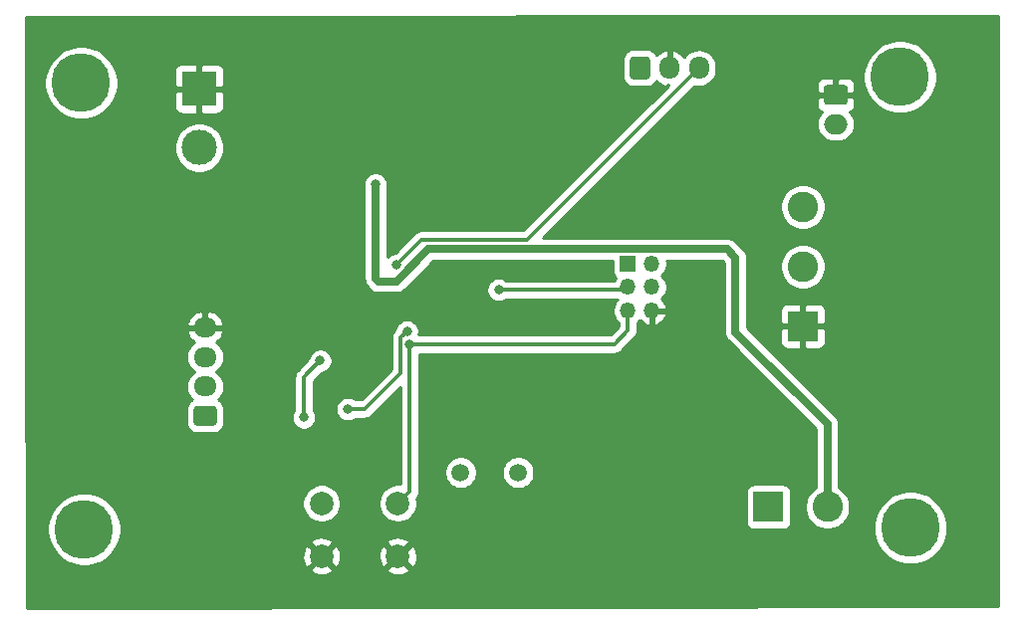
<source format=gbr>
%TF.GenerationSoftware,KiCad,Pcbnew,(5.1.8)-1*%
%TF.CreationDate,2021-08-28T19:56:38+01:00*%
%TF.ProjectId,OSC21,4f534332-312e-46b6-9963-61645f706362,rev?*%
%TF.SameCoordinates,Original*%
%TF.FileFunction,Copper,L2,Bot*%
%TF.FilePolarity,Positive*%
%FSLAX46Y46*%
G04 Gerber Fmt 4.6, Leading zero omitted, Abs format (unit mm)*
G04 Created by KiCad (PCBNEW (5.1.8)-1) date 2021-08-28 19:56:38*
%MOMM*%
%LPD*%
G01*
G04 APERTURE LIST*
%TA.AperFunction,ComponentPad*%
%ADD10C,5.000000*%
%TD*%
%TA.AperFunction,ComponentPad*%
%ADD11C,1.500000*%
%TD*%
%TA.AperFunction,ComponentPad*%
%ADD12C,2.000000*%
%TD*%
%TA.AperFunction,ComponentPad*%
%ADD13O,2.000000X1.700000*%
%TD*%
%TA.AperFunction,ComponentPad*%
%ADD14C,2.600000*%
%TD*%
%TA.AperFunction,ComponentPad*%
%ADD15R,2.600000X2.600000*%
%TD*%
%TA.AperFunction,ComponentPad*%
%ADD16O,1.700000X1.950000*%
%TD*%
%TA.AperFunction,ComponentPad*%
%ADD17O,1.950000X1.700000*%
%TD*%
%TA.AperFunction,ComponentPad*%
%ADD18O,1.350000X1.350000*%
%TD*%
%TA.AperFunction,ComponentPad*%
%ADD19R,1.350000X1.350000*%
%TD*%
%TA.AperFunction,ComponentPad*%
%ADD20C,3.000000*%
%TD*%
%TA.AperFunction,ComponentPad*%
%ADD21R,3.000000X3.000000*%
%TD*%
%TA.AperFunction,ViaPad*%
%ADD22C,0.800000*%
%TD*%
%TA.AperFunction,Conductor*%
%ADD23C,0.350000*%
%TD*%
%TA.AperFunction,Conductor*%
%ADD24C,0.700000*%
%TD*%
%TA.AperFunction,Conductor*%
%ADD25C,0.254000*%
%TD*%
%TA.AperFunction,Conductor*%
%ADD26C,0.100000*%
%TD*%
G04 APERTURE END LIST*
D10*
%TO.P,H4,1*%
%TO.N,N/C*%
X176149000Y-119951500D03*
%TD*%
%TO.P,H3,1*%
%TO.N,N/C*%
X175260000Y-81597500D03*
%TD*%
%TO.P,H2,1*%
%TO.N,N/C*%
X105918000Y-120078500D03*
%TD*%
%TO.P,H1,1*%
%TO.N,N/C*%
X105664000Y-82105500D03*
%TD*%
D11*
%TO.P,Y1,2*%
%TO.N,XTAL2*%
X142802000Y-115252500D03*
%TO.P,Y1,1*%
%TO.N,XTAL1*%
X137922000Y-115252500D03*
%TD*%
D12*
%TO.P,SW1,1*%
%TO.N,GND*%
X126088000Y-122364500D03*
%TO.P,SW1,2*%
%TO.N,RST*%
X126088000Y-117864500D03*
%TO.P,SW1,1*%
%TO.N,GND*%
X132588000Y-122364500D03*
%TO.P,SW1,2*%
%TO.N,RST*%
X132588000Y-117864500D03*
%TD*%
D13*
%TO.P,J7,2*%
%TO.N,+5V*%
X169799000Y-85621500D03*
%TO.P,J7,1*%
%TO.N,GND*%
%TA.AperFunction,ComponentPad*%
G36*
G01*
X169049000Y-82271500D02*
X170549000Y-82271500D01*
G75*
G02*
X170799000Y-82521500I0J-250000D01*
G01*
X170799000Y-83721500D01*
G75*
G02*
X170549000Y-83971500I-250000J0D01*
G01*
X169049000Y-83971500D01*
G75*
G02*
X168799000Y-83721500I0J250000D01*
G01*
X168799000Y-82521500D01*
G75*
G02*
X169049000Y-82271500I250000J0D01*
G01*
G37*
%TD.AperFunction*%
%TD*%
D14*
%TO.P,J6,3*%
%TO.N,+5V*%
X167005000Y-92646500D03*
%TO.P,J6,2*%
%TO.N,Servo*%
X167005000Y-97726500D03*
D15*
%TO.P,J6,1*%
%TO.N,GND*%
X167005000Y-102806500D03*
%TD*%
D14*
%TO.P,J5,2*%
%TO.N,+12V*%
X169084000Y-118173500D03*
D15*
%TO.P,J5,1*%
%TO.N,Net-(D4-Pad2)*%
X164084000Y-118173500D03*
%TD*%
D16*
%TO.P,J4,3*%
%TO.N,IR_Sen*%
X158162000Y-80835500D03*
%TO.P,J4,2*%
%TO.N,GND*%
X155662000Y-80835500D03*
%TO.P,J4,1*%
%TO.N,+5V*%
%TA.AperFunction,ComponentPad*%
G36*
G01*
X152312000Y-81560500D02*
X152312000Y-80110500D01*
G75*
G02*
X152562000Y-79860500I250000J0D01*
G01*
X153762000Y-79860500D01*
G75*
G02*
X154012000Y-80110500I0J-250000D01*
G01*
X154012000Y-81560500D01*
G75*
G02*
X153762000Y-81810500I-250000J0D01*
G01*
X152562000Y-81810500D01*
G75*
G02*
X152312000Y-81560500I0J250000D01*
G01*
G37*
%TD.AperFunction*%
%TD*%
D17*
%TO.P,J3,4*%
%TO.N,GND*%
X116205000Y-102926500D03*
%TO.P,J3,3*%
%TO.N,RX_Rasp*%
X116205000Y-105426500D03*
%TO.P,J3,2*%
%TO.N,TX_Rasp*%
X116205000Y-107926500D03*
%TO.P,J3,1*%
%TO.N,+5V*%
%TA.AperFunction,ComponentPad*%
G36*
G01*
X116930000Y-111276500D02*
X115480000Y-111276500D01*
G75*
G02*
X115230000Y-111026500I0J250000D01*
G01*
X115230000Y-109826500D01*
G75*
G02*
X115480000Y-109576500I250000J0D01*
G01*
X116930000Y-109576500D01*
G75*
G02*
X117180000Y-109826500I0J-250000D01*
G01*
X117180000Y-111026500D01*
G75*
G02*
X116930000Y-111276500I-250000J0D01*
G01*
G37*
%TD.AperFunction*%
%TD*%
D18*
%TO.P,J2,6*%
%TO.N,GND*%
X154146000Y-101472500D03*
%TO.P,J2,5*%
%TO.N,RST*%
X152146000Y-101472500D03*
%TO.P,J2,4*%
%TO.N,MOSI*%
X154146000Y-99472500D03*
%TO.P,J2,3*%
%TO.N,SCK*%
X152146000Y-99472500D03*
%TO.P,J2,2*%
%TO.N,+5V*%
X154146000Y-97472500D03*
D19*
%TO.P,J2,1*%
%TO.N,MISO*%
X152146000Y-97472500D03*
%TD*%
D20*
%TO.P,J1,2*%
%TO.N,Net-(J1-Pad2)*%
X115697000Y-87613500D03*
D21*
%TO.P,J1,1*%
%TO.N,GND*%
X115697000Y-82613500D03*
%TD*%
D22*
%TO.N,GND*%
X134302500Y-101981000D03*
X125984000Y-92583000D03*
X148209000Y-88519000D03*
X146685000Y-88519000D03*
%TO.N,+5V*%
X133351500Y-103249500D03*
X128333500Y-109855000D03*
%TO.N,+12V*%
X130683000Y-90741500D03*
%TO.N,+3V3*%
X124587000Y-110553500D03*
X125984000Y-105727500D03*
%TO.N,RST*%
X133585000Y-104349500D03*
%TO.N,SCK*%
X141156000Y-99699500D03*
%TO.N,IR_Sen*%
X132461000Y-97599500D03*
%TD*%
D23*
%TO.N,+5V*%
X132809999Y-103791001D02*
X132809999Y-106839001D01*
X133351500Y-103249500D02*
X132809999Y-103791001D01*
X132809999Y-106839001D02*
X129794000Y-109855000D01*
X129794000Y-109855000D02*
X128333500Y-109855000D01*
X128333500Y-109855000D02*
X128333500Y-109855000D01*
D24*
%TO.N,+12V*%
X169084000Y-118173500D02*
X169084000Y-111108500D01*
X169084000Y-111108500D02*
X161290000Y-103314500D01*
X161290000Y-103314500D02*
X161290000Y-96964500D01*
X160572999Y-96247499D02*
X135210001Y-96247499D01*
X161290000Y-96964500D02*
X160572999Y-96247499D01*
X135210001Y-96247499D02*
X132461000Y-98996500D01*
X132461000Y-98996500D02*
X130937000Y-98996500D01*
X130683000Y-98742500D02*
X130683000Y-90741500D01*
X130937000Y-98996500D02*
X130683000Y-98742500D01*
D23*
%TO.N,+3V3*%
X124587000Y-110553500D02*
X124587000Y-107124500D01*
X124587000Y-107124500D02*
X125984000Y-105727500D01*
X125984000Y-105727500D02*
X125984000Y-105727500D01*
%TO.N,RST*%
X133585000Y-116867500D02*
X132588000Y-117864500D01*
X133585000Y-104349500D02*
X133585000Y-116867500D01*
X133585000Y-104349500D02*
X150984000Y-104349500D01*
X152146000Y-103187500D02*
X152146000Y-101472500D01*
X150984000Y-104349500D02*
X152146000Y-103187500D01*
%TO.N,SCK*%
X151919000Y-99699500D02*
X152146000Y-99472500D01*
X141156000Y-99699500D02*
X151919000Y-99699500D01*
%TO.N,IR_Sen*%
X158162000Y-80835500D02*
X143557000Y-95440500D01*
X143557000Y-95440500D02*
X134620000Y-95440500D01*
X134620000Y-95440500D02*
X132461000Y-97599500D01*
X132461000Y-97599500D02*
X132461000Y-97599500D01*
%TD*%
D25*
%TO.N,GND*%
X183641840Y-126619195D02*
X101028340Y-126745805D01*
X101024263Y-123499913D01*
X125132192Y-123499913D01*
X125227956Y-123764314D01*
X125517571Y-123905204D01*
X125829108Y-123986884D01*
X126150595Y-124006218D01*
X126469675Y-123962461D01*
X126774088Y-123857295D01*
X126948044Y-123764314D01*
X127043808Y-123499913D01*
X131632192Y-123499913D01*
X131727956Y-123764314D01*
X132017571Y-123905204D01*
X132329108Y-123986884D01*
X132650595Y-124006218D01*
X132969675Y-123962461D01*
X133274088Y-123857295D01*
X133448044Y-123764314D01*
X133543808Y-123499913D01*
X132588000Y-122544105D01*
X131632192Y-123499913D01*
X127043808Y-123499913D01*
X126088000Y-122544105D01*
X125132192Y-123499913D01*
X101024263Y-123499913D01*
X101019577Y-119769729D01*
X102783000Y-119769729D01*
X102783000Y-120387271D01*
X102903476Y-120992946D01*
X103139799Y-121563479D01*
X103482886Y-122076946D01*
X103919554Y-122513614D01*
X104433021Y-122856701D01*
X105003554Y-123093024D01*
X105609229Y-123213500D01*
X106226771Y-123213500D01*
X106832446Y-123093024D01*
X107402979Y-122856701D01*
X107916446Y-122513614D01*
X108002965Y-122427095D01*
X124446282Y-122427095D01*
X124490039Y-122746175D01*
X124595205Y-123050588D01*
X124688186Y-123224544D01*
X124952587Y-123320308D01*
X125908395Y-122364500D01*
X126267605Y-122364500D01*
X127223413Y-123320308D01*
X127487814Y-123224544D01*
X127628704Y-122934929D01*
X127710384Y-122623392D01*
X127722189Y-122427095D01*
X130946282Y-122427095D01*
X130990039Y-122746175D01*
X131095205Y-123050588D01*
X131188186Y-123224544D01*
X131452587Y-123320308D01*
X132408395Y-122364500D01*
X132767605Y-122364500D01*
X133723413Y-123320308D01*
X133987814Y-123224544D01*
X134128704Y-122934929D01*
X134210384Y-122623392D01*
X134229718Y-122301905D01*
X134185961Y-121982825D01*
X134080795Y-121678412D01*
X133987814Y-121504456D01*
X133723413Y-121408692D01*
X132767605Y-122364500D01*
X132408395Y-122364500D01*
X131452587Y-121408692D01*
X131188186Y-121504456D01*
X131047296Y-121794071D01*
X130965616Y-122105608D01*
X130946282Y-122427095D01*
X127722189Y-122427095D01*
X127729718Y-122301905D01*
X127685961Y-121982825D01*
X127580795Y-121678412D01*
X127487814Y-121504456D01*
X127223413Y-121408692D01*
X126267605Y-122364500D01*
X125908395Y-122364500D01*
X124952587Y-121408692D01*
X124688186Y-121504456D01*
X124547296Y-121794071D01*
X124465616Y-122105608D01*
X124446282Y-122427095D01*
X108002965Y-122427095D01*
X108353114Y-122076946D01*
X108696201Y-121563479D01*
X108834710Y-121229087D01*
X125132192Y-121229087D01*
X126088000Y-122184895D01*
X127043808Y-121229087D01*
X131632192Y-121229087D01*
X132588000Y-122184895D01*
X133543808Y-121229087D01*
X133448044Y-120964686D01*
X133158429Y-120823796D01*
X132846892Y-120742116D01*
X132525405Y-120722782D01*
X132206325Y-120766539D01*
X131901912Y-120871705D01*
X131727956Y-120964686D01*
X131632192Y-121229087D01*
X127043808Y-121229087D01*
X126948044Y-120964686D01*
X126658429Y-120823796D01*
X126346892Y-120742116D01*
X126025405Y-120722782D01*
X125706325Y-120766539D01*
X125401912Y-120871705D01*
X125227956Y-120964686D01*
X125132192Y-121229087D01*
X108834710Y-121229087D01*
X108932524Y-120992946D01*
X109053000Y-120387271D01*
X109053000Y-119769729D01*
X108932524Y-119164054D01*
X108696201Y-118593521D01*
X108353114Y-118080054D01*
X107976527Y-117703467D01*
X124453000Y-117703467D01*
X124453000Y-118025533D01*
X124515832Y-118341412D01*
X124639082Y-118638963D01*
X124818013Y-118906752D01*
X125045748Y-119134487D01*
X125313537Y-119313418D01*
X125611088Y-119436668D01*
X125926967Y-119499500D01*
X126249033Y-119499500D01*
X126564912Y-119436668D01*
X126862463Y-119313418D01*
X127130252Y-119134487D01*
X127357987Y-118906752D01*
X127536918Y-118638963D01*
X127660168Y-118341412D01*
X127723000Y-118025533D01*
X127723000Y-117703467D01*
X127660168Y-117387588D01*
X127536918Y-117090037D01*
X127357987Y-116822248D01*
X127130252Y-116594513D01*
X126862463Y-116415582D01*
X126564912Y-116292332D01*
X126249033Y-116229500D01*
X125926967Y-116229500D01*
X125611088Y-116292332D01*
X125313537Y-116415582D01*
X125045748Y-116594513D01*
X124818013Y-116822248D01*
X124639082Y-117090037D01*
X124515832Y-117387588D01*
X124453000Y-117703467D01*
X107976527Y-117703467D01*
X107916446Y-117643386D01*
X107402979Y-117300299D01*
X106832446Y-117063976D01*
X106226771Y-116943500D01*
X105609229Y-116943500D01*
X105003554Y-117063976D01*
X104433021Y-117300299D01*
X103919554Y-117643386D01*
X103482886Y-118080054D01*
X103139799Y-118593521D01*
X102903476Y-119164054D01*
X102783000Y-119769729D01*
X101019577Y-119769729D01*
X101001559Y-105426500D01*
X114587815Y-105426500D01*
X114616487Y-105717611D01*
X114701401Y-105997534D01*
X114839294Y-106255514D01*
X115024866Y-106481634D01*
X115250986Y-106667206D01*
X115268374Y-106676500D01*
X115250986Y-106685794D01*
X115024866Y-106871366D01*
X114839294Y-107097486D01*
X114701401Y-107355466D01*
X114616487Y-107635389D01*
X114587815Y-107926500D01*
X114616487Y-108217611D01*
X114701401Y-108497534D01*
X114839294Y-108755514D01*
X115024866Y-108981634D01*
X115088337Y-109033723D01*
X114986614Y-109088095D01*
X114852038Y-109198538D01*
X114741595Y-109333114D01*
X114659528Y-109486650D01*
X114608992Y-109653246D01*
X114591928Y-109826500D01*
X114591928Y-111026500D01*
X114608992Y-111199754D01*
X114659528Y-111366350D01*
X114741595Y-111519886D01*
X114852038Y-111654462D01*
X114986614Y-111764905D01*
X115140150Y-111846972D01*
X115306746Y-111897508D01*
X115480000Y-111914572D01*
X116930000Y-111914572D01*
X117103254Y-111897508D01*
X117269850Y-111846972D01*
X117423386Y-111764905D01*
X117557962Y-111654462D01*
X117668405Y-111519886D01*
X117750472Y-111366350D01*
X117801008Y-111199754D01*
X117818072Y-111026500D01*
X117818072Y-110451561D01*
X123552000Y-110451561D01*
X123552000Y-110655439D01*
X123591774Y-110855398D01*
X123669795Y-111043756D01*
X123783063Y-111213274D01*
X123927226Y-111357437D01*
X124096744Y-111470705D01*
X124285102Y-111548726D01*
X124485061Y-111588500D01*
X124688939Y-111588500D01*
X124888898Y-111548726D01*
X125077256Y-111470705D01*
X125246774Y-111357437D01*
X125390937Y-111213274D01*
X125504205Y-111043756D01*
X125582226Y-110855398D01*
X125622000Y-110655439D01*
X125622000Y-110451561D01*
X125582226Y-110251602D01*
X125504205Y-110063244D01*
X125397000Y-109902800D01*
X125397000Y-109753061D01*
X127298500Y-109753061D01*
X127298500Y-109956939D01*
X127338274Y-110156898D01*
X127416295Y-110345256D01*
X127529563Y-110514774D01*
X127673726Y-110658937D01*
X127843244Y-110772205D01*
X128031602Y-110850226D01*
X128231561Y-110890000D01*
X128435439Y-110890000D01*
X128635398Y-110850226D01*
X128823756Y-110772205D01*
X128984200Y-110665000D01*
X129754212Y-110665000D01*
X129794000Y-110668919D01*
X129833788Y-110665000D01*
X129833791Y-110665000D01*
X129952788Y-110653280D01*
X130105473Y-110606963D01*
X130246189Y-110531749D01*
X130369528Y-110430528D01*
X130394900Y-110399612D01*
X132775000Y-108019512D01*
X132775001Y-116234665D01*
X132749033Y-116229500D01*
X132426967Y-116229500D01*
X132111088Y-116292332D01*
X131813537Y-116415582D01*
X131545748Y-116594513D01*
X131318013Y-116822248D01*
X131139082Y-117090037D01*
X131015832Y-117387588D01*
X130953000Y-117703467D01*
X130953000Y-118025533D01*
X131015832Y-118341412D01*
X131139082Y-118638963D01*
X131318013Y-118906752D01*
X131545748Y-119134487D01*
X131813537Y-119313418D01*
X132111088Y-119436668D01*
X132426967Y-119499500D01*
X132749033Y-119499500D01*
X133064912Y-119436668D01*
X133362463Y-119313418D01*
X133630252Y-119134487D01*
X133857987Y-118906752D01*
X134036918Y-118638963D01*
X134160168Y-118341412D01*
X134223000Y-118025533D01*
X134223000Y-117703467D01*
X134169114Y-117432565D01*
X134209214Y-117383704D01*
X134261749Y-117319690D01*
X134336962Y-117178974D01*
X134336963Y-117178973D01*
X134383280Y-117026288D01*
X134395000Y-116907291D01*
X134395000Y-116907288D01*
X134398328Y-116873500D01*
X162145928Y-116873500D01*
X162145928Y-119473500D01*
X162158188Y-119597982D01*
X162194498Y-119717680D01*
X162253463Y-119827994D01*
X162332815Y-119924685D01*
X162429506Y-120004037D01*
X162539820Y-120063002D01*
X162659518Y-120099312D01*
X162784000Y-120111572D01*
X165384000Y-120111572D01*
X165508482Y-120099312D01*
X165628180Y-120063002D01*
X165738494Y-120004037D01*
X165835185Y-119924685D01*
X165914537Y-119827994D01*
X165973502Y-119717680D01*
X166009812Y-119597982D01*
X166022072Y-119473500D01*
X166022072Y-116873500D01*
X166009812Y-116749018D01*
X165973502Y-116629320D01*
X165914537Y-116519006D01*
X165835185Y-116422315D01*
X165738494Y-116342963D01*
X165628180Y-116283998D01*
X165508482Y-116247688D01*
X165384000Y-116235428D01*
X162784000Y-116235428D01*
X162659518Y-116247688D01*
X162539820Y-116283998D01*
X162429506Y-116342963D01*
X162332815Y-116422315D01*
X162253463Y-116519006D01*
X162194498Y-116629320D01*
X162158188Y-116749018D01*
X162145928Y-116873500D01*
X134398328Y-116873500D01*
X134398919Y-116867500D01*
X134395000Y-116827712D01*
X134395000Y-115116089D01*
X136537000Y-115116089D01*
X136537000Y-115388911D01*
X136590225Y-115656489D01*
X136694629Y-115908543D01*
X136846201Y-116135386D01*
X137039114Y-116328299D01*
X137265957Y-116479871D01*
X137518011Y-116584275D01*
X137785589Y-116637500D01*
X138058411Y-116637500D01*
X138325989Y-116584275D01*
X138578043Y-116479871D01*
X138804886Y-116328299D01*
X138997799Y-116135386D01*
X139149371Y-115908543D01*
X139253775Y-115656489D01*
X139307000Y-115388911D01*
X139307000Y-115116089D01*
X141417000Y-115116089D01*
X141417000Y-115388911D01*
X141470225Y-115656489D01*
X141574629Y-115908543D01*
X141726201Y-116135386D01*
X141919114Y-116328299D01*
X142145957Y-116479871D01*
X142398011Y-116584275D01*
X142665589Y-116637500D01*
X142938411Y-116637500D01*
X143205989Y-116584275D01*
X143458043Y-116479871D01*
X143684886Y-116328299D01*
X143877799Y-116135386D01*
X144029371Y-115908543D01*
X144133775Y-115656489D01*
X144187000Y-115388911D01*
X144187000Y-115116089D01*
X144133775Y-114848511D01*
X144029371Y-114596457D01*
X143877799Y-114369614D01*
X143684886Y-114176701D01*
X143458043Y-114025129D01*
X143205989Y-113920725D01*
X142938411Y-113867500D01*
X142665589Y-113867500D01*
X142398011Y-113920725D01*
X142145957Y-114025129D01*
X141919114Y-114176701D01*
X141726201Y-114369614D01*
X141574629Y-114596457D01*
X141470225Y-114848511D01*
X141417000Y-115116089D01*
X139307000Y-115116089D01*
X139253775Y-114848511D01*
X139149371Y-114596457D01*
X138997799Y-114369614D01*
X138804886Y-114176701D01*
X138578043Y-114025129D01*
X138325989Y-113920725D01*
X138058411Y-113867500D01*
X137785589Y-113867500D01*
X137518011Y-113920725D01*
X137265957Y-114025129D01*
X137039114Y-114176701D01*
X136846201Y-114369614D01*
X136694629Y-114596457D01*
X136590225Y-114848511D01*
X136537000Y-115116089D01*
X134395000Y-115116089D01*
X134395000Y-105159500D01*
X150944212Y-105159500D01*
X150984000Y-105163419D01*
X151023788Y-105159500D01*
X151023791Y-105159500D01*
X151142788Y-105147780D01*
X151295473Y-105101463D01*
X151436189Y-105026249D01*
X151559528Y-104925028D01*
X151584899Y-104894113D01*
X152690619Y-103788394D01*
X152721528Y-103763028D01*
X152795616Y-103672751D01*
X152822749Y-103639690D01*
X152876301Y-103539500D01*
X152897963Y-103498973D01*
X152944280Y-103346288D01*
X152956000Y-103227291D01*
X152956000Y-103227289D01*
X152959919Y-103187501D01*
X152956000Y-103147713D01*
X152956000Y-102506800D01*
X152981077Y-102490044D01*
X153150715Y-102320406D01*
X153167697Y-102343727D01*
X153356463Y-102517844D01*
X153575570Y-102651789D01*
X153816599Y-102740415D01*
X154019000Y-102617585D01*
X154019000Y-101599500D01*
X154273000Y-101599500D01*
X154273000Y-102617585D01*
X154475401Y-102740415D01*
X154716430Y-102651789D01*
X154935537Y-102517844D01*
X155124303Y-102343727D01*
X155275473Y-102136129D01*
X155383238Y-101903028D01*
X155413910Y-101801900D01*
X155290224Y-101599500D01*
X154273000Y-101599500D01*
X154019000Y-101599500D01*
X153999000Y-101599500D01*
X153999000Y-101345500D01*
X154019000Y-101345500D01*
X154019000Y-101325500D01*
X154273000Y-101325500D01*
X154273000Y-101345500D01*
X155290224Y-101345500D01*
X155413910Y-101143100D01*
X155383238Y-101041972D01*
X155275473Y-100808871D01*
X155124303Y-100601273D01*
X154991940Y-100479181D01*
X155163544Y-100307577D01*
X155306907Y-100093018D01*
X155405658Y-99854613D01*
X155456000Y-99601524D01*
X155456000Y-99343476D01*
X155405658Y-99090387D01*
X155306907Y-98851982D01*
X155163544Y-98637423D01*
X154998621Y-98472500D01*
X155163544Y-98307577D01*
X155306907Y-98093018D01*
X155405658Y-97854613D01*
X155456000Y-97601524D01*
X155456000Y-97343476D01*
X155433926Y-97232499D01*
X160164999Y-97232499D01*
X160305001Y-97372502D01*
X160305000Y-103266120D01*
X160300235Y-103314500D01*
X160305000Y-103362879D01*
X160319253Y-103507593D01*
X160375576Y-103693266D01*
X160467040Y-103864384D01*
X160590130Y-104014370D01*
X160627716Y-104045216D01*
X168099001Y-111516502D01*
X168099000Y-116504451D01*
X167850509Y-116670487D01*
X167580987Y-116940009D01*
X167369225Y-117256934D01*
X167223361Y-117609081D01*
X167149000Y-117982919D01*
X167149000Y-118364081D01*
X167223361Y-118737919D01*
X167369225Y-119090066D01*
X167580987Y-119406991D01*
X167850509Y-119676513D01*
X168167434Y-119888275D01*
X168519581Y-120034139D01*
X168893419Y-120108500D01*
X169274581Y-120108500D01*
X169648419Y-120034139D01*
X170000566Y-119888275D01*
X170317491Y-119676513D01*
X170351275Y-119642729D01*
X173014000Y-119642729D01*
X173014000Y-120260271D01*
X173134476Y-120865946D01*
X173370799Y-121436479D01*
X173713886Y-121949946D01*
X174150554Y-122386614D01*
X174664021Y-122729701D01*
X175234554Y-122966024D01*
X175840229Y-123086500D01*
X176457771Y-123086500D01*
X177063446Y-122966024D01*
X177633979Y-122729701D01*
X178147446Y-122386614D01*
X178584114Y-121949946D01*
X178927201Y-121436479D01*
X179163524Y-120865946D01*
X179284000Y-120260271D01*
X179284000Y-119642729D01*
X179163524Y-119037054D01*
X178927201Y-118466521D01*
X178584114Y-117953054D01*
X178147446Y-117516386D01*
X177633979Y-117173299D01*
X177063446Y-116936976D01*
X176457771Y-116816500D01*
X175840229Y-116816500D01*
X175234554Y-116936976D01*
X174664021Y-117173299D01*
X174150554Y-117516386D01*
X173713886Y-117953054D01*
X173370799Y-118466521D01*
X173134476Y-119037054D01*
X173014000Y-119642729D01*
X170351275Y-119642729D01*
X170587013Y-119406991D01*
X170798775Y-119090066D01*
X170944639Y-118737919D01*
X171019000Y-118364081D01*
X171019000Y-117982919D01*
X170944639Y-117609081D01*
X170798775Y-117256934D01*
X170587013Y-116940009D01*
X170317491Y-116670487D01*
X170069000Y-116504451D01*
X170069000Y-111156880D01*
X170073765Y-111108500D01*
X170054747Y-110915406D01*
X169998424Y-110729733D01*
X169906960Y-110558616D01*
X169814710Y-110446209D01*
X169783870Y-110408630D01*
X169746290Y-110377789D01*
X163475001Y-104106500D01*
X165066928Y-104106500D01*
X165079188Y-104230982D01*
X165115498Y-104350680D01*
X165174463Y-104460994D01*
X165253815Y-104557685D01*
X165350506Y-104637037D01*
X165460820Y-104696002D01*
X165580518Y-104732312D01*
X165705000Y-104744572D01*
X166719250Y-104741500D01*
X166878000Y-104582750D01*
X166878000Y-102933500D01*
X167132000Y-102933500D01*
X167132000Y-104582750D01*
X167290750Y-104741500D01*
X168305000Y-104744572D01*
X168429482Y-104732312D01*
X168549180Y-104696002D01*
X168659494Y-104637037D01*
X168756185Y-104557685D01*
X168835537Y-104460994D01*
X168894502Y-104350680D01*
X168930812Y-104230982D01*
X168943072Y-104106500D01*
X168940000Y-103092250D01*
X168781250Y-102933500D01*
X167132000Y-102933500D01*
X166878000Y-102933500D01*
X165228750Y-102933500D01*
X165070000Y-103092250D01*
X165066928Y-104106500D01*
X163475001Y-104106500D01*
X162275000Y-102906500D01*
X162275000Y-101506500D01*
X165066928Y-101506500D01*
X165070000Y-102520750D01*
X165228750Y-102679500D01*
X166878000Y-102679500D01*
X166878000Y-101030250D01*
X167132000Y-101030250D01*
X167132000Y-102679500D01*
X168781250Y-102679500D01*
X168940000Y-102520750D01*
X168943072Y-101506500D01*
X168930812Y-101382018D01*
X168894502Y-101262320D01*
X168835537Y-101152006D01*
X168756185Y-101055315D01*
X168659494Y-100975963D01*
X168549180Y-100916998D01*
X168429482Y-100880688D01*
X168305000Y-100868428D01*
X167290750Y-100871500D01*
X167132000Y-101030250D01*
X166878000Y-101030250D01*
X166719250Y-100871500D01*
X165705000Y-100868428D01*
X165580518Y-100880688D01*
X165460820Y-100916998D01*
X165350506Y-100975963D01*
X165253815Y-101055315D01*
X165174463Y-101152006D01*
X165115498Y-101262320D01*
X165079188Y-101382018D01*
X165066928Y-101506500D01*
X162275000Y-101506500D01*
X162275000Y-97535919D01*
X165070000Y-97535919D01*
X165070000Y-97917081D01*
X165144361Y-98290919D01*
X165290225Y-98643066D01*
X165501987Y-98959991D01*
X165771509Y-99229513D01*
X166088434Y-99441275D01*
X166440581Y-99587139D01*
X166814419Y-99661500D01*
X167195581Y-99661500D01*
X167569419Y-99587139D01*
X167921566Y-99441275D01*
X168238491Y-99229513D01*
X168508013Y-98959991D01*
X168719775Y-98643066D01*
X168865639Y-98290919D01*
X168940000Y-97917081D01*
X168940000Y-97535919D01*
X168865639Y-97162081D01*
X168719775Y-96809934D01*
X168508013Y-96493009D01*
X168238491Y-96223487D01*
X167921566Y-96011725D01*
X167569419Y-95865861D01*
X167195581Y-95791500D01*
X166814419Y-95791500D01*
X166440581Y-95865861D01*
X166088434Y-96011725D01*
X165771509Y-96223487D01*
X165501987Y-96493009D01*
X165290225Y-96809934D01*
X165144361Y-97162081D01*
X165070000Y-97535919D01*
X162275000Y-97535919D01*
X162275000Y-97012880D01*
X162279765Y-96964500D01*
X162260747Y-96771406D01*
X162204424Y-96585733D01*
X162112960Y-96414616D01*
X162020710Y-96302209D01*
X161989870Y-96264630D01*
X161952289Y-96233788D01*
X161303714Y-95585214D01*
X161272869Y-95547629D01*
X161122883Y-95424539D01*
X160951766Y-95333075D01*
X160766093Y-95276752D01*
X160621379Y-95262499D01*
X160572999Y-95257734D01*
X160524619Y-95262499D01*
X144880513Y-95262499D01*
X147687093Y-92455919D01*
X165070000Y-92455919D01*
X165070000Y-92837081D01*
X165144361Y-93210919D01*
X165290225Y-93563066D01*
X165501987Y-93879991D01*
X165771509Y-94149513D01*
X166088434Y-94361275D01*
X166440581Y-94507139D01*
X166814419Y-94581500D01*
X167195581Y-94581500D01*
X167569419Y-94507139D01*
X167921566Y-94361275D01*
X168238491Y-94149513D01*
X168508013Y-93879991D01*
X168719775Y-93563066D01*
X168865639Y-93210919D01*
X168940000Y-92837081D01*
X168940000Y-92455919D01*
X168865639Y-92082081D01*
X168719775Y-91729934D01*
X168508013Y-91413009D01*
X168238491Y-91143487D01*
X167921566Y-90931725D01*
X167569419Y-90785861D01*
X167195581Y-90711500D01*
X166814419Y-90711500D01*
X166440581Y-90785861D01*
X166088434Y-90931725D01*
X165771509Y-91143487D01*
X165501987Y-91413009D01*
X165290225Y-91729934D01*
X165144361Y-92082081D01*
X165070000Y-92455919D01*
X147687093Y-92455919D01*
X154521512Y-85621500D01*
X168156815Y-85621500D01*
X168185487Y-85912611D01*
X168270401Y-86192534D01*
X168408294Y-86450514D01*
X168593866Y-86676634D01*
X168819986Y-86862206D01*
X169077966Y-87000099D01*
X169357889Y-87085013D01*
X169576050Y-87106500D01*
X170021950Y-87106500D01*
X170240111Y-87085013D01*
X170520034Y-87000099D01*
X170778014Y-86862206D01*
X171004134Y-86676634D01*
X171189706Y-86450514D01*
X171327599Y-86192534D01*
X171412513Y-85912611D01*
X171441185Y-85621500D01*
X171412513Y-85330389D01*
X171327599Y-85050466D01*
X171189706Y-84792486D01*
X171008392Y-84571555D01*
X171043180Y-84561002D01*
X171153494Y-84502037D01*
X171250185Y-84422685D01*
X171329537Y-84325994D01*
X171388502Y-84215680D01*
X171424812Y-84095982D01*
X171437072Y-83971500D01*
X171434000Y-83407250D01*
X171275250Y-83248500D01*
X169926000Y-83248500D01*
X169926000Y-83268500D01*
X169672000Y-83268500D01*
X169672000Y-83248500D01*
X168322750Y-83248500D01*
X168164000Y-83407250D01*
X168160928Y-83971500D01*
X168173188Y-84095982D01*
X168209498Y-84215680D01*
X168268463Y-84325994D01*
X168347815Y-84422685D01*
X168444506Y-84502037D01*
X168554820Y-84561002D01*
X168589608Y-84571555D01*
X168408294Y-84792486D01*
X168270401Y-85050466D01*
X168185487Y-85330389D01*
X168156815Y-85621500D01*
X154521512Y-85621500D01*
X157754352Y-82388661D01*
X157870890Y-82424013D01*
X158162000Y-82452685D01*
X158453111Y-82424013D01*
X158733034Y-82339099D01*
X158859503Y-82271500D01*
X168160928Y-82271500D01*
X168164000Y-82835750D01*
X168322750Y-82994500D01*
X169672000Y-82994500D01*
X169672000Y-81795250D01*
X169926000Y-81795250D01*
X169926000Y-82994500D01*
X171275250Y-82994500D01*
X171434000Y-82835750D01*
X171437072Y-82271500D01*
X171424812Y-82147018D01*
X171388502Y-82027320D01*
X171329537Y-81917006D01*
X171250185Y-81820315D01*
X171153494Y-81740963D01*
X171043180Y-81681998D01*
X170923482Y-81645688D01*
X170799000Y-81633428D01*
X170084750Y-81636500D01*
X169926000Y-81795250D01*
X169672000Y-81795250D01*
X169513250Y-81636500D01*
X168799000Y-81633428D01*
X168674518Y-81645688D01*
X168554820Y-81681998D01*
X168444506Y-81740963D01*
X168347815Y-81820315D01*
X168268463Y-81917006D01*
X168209498Y-82027320D01*
X168173188Y-82147018D01*
X168160928Y-82271500D01*
X158859503Y-82271500D01*
X158991014Y-82201206D01*
X159217134Y-82015634D01*
X159402706Y-81789514D01*
X159540599Y-81531533D01*
X159614253Y-81288729D01*
X172125000Y-81288729D01*
X172125000Y-81906271D01*
X172245476Y-82511946D01*
X172481799Y-83082479D01*
X172824886Y-83595946D01*
X173261554Y-84032614D01*
X173775021Y-84375701D01*
X174345554Y-84612024D01*
X174951229Y-84732500D01*
X175568771Y-84732500D01*
X176174446Y-84612024D01*
X176744979Y-84375701D01*
X177258446Y-84032614D01*
X177695114Y-83595946D01*
X178038201Y-83082479D01*
X178274524Y-82511946D01*
X178395000Y-81906271D01*
X178395000Y-81288729D01*
X178274524Y-80683054D01*
X178038201Y-80112521D01*
X177695114Y-79599054D01*
X177258446Y-79162386D01*
X176744979Y-78819299D01*
X176174446Y-78582976D01*
X175568771Y-78462500D01*
X174951229Y-78462500D01*
X174345554Y-78582976D01*
X173775021Y-78819299D01*
X173261554Y-79162386D01*
X172824886Y-79599054D01*
X172481799Y-80112521D01*
X172245476Y-80683054D01*
X172125000Y-81288729D01*
X159614253Y-81288729D01*
X159625513Y-81251610D01*
X159647000Y-81033449D01*
X159647000Y-80637550D01*
X159625513Y-80419389D01*
X159540599Y-80139466D01*
X159402706Y-79881486D01*
X159217134Y-79655366D01*
X158991013Y-79469794D01*
X158733033Y-79331901D01*
X158453110Y-79246987D01*
X158162000Y-79218315D01*
X157870889Y-79246987D01*
X157590966Y-79331901D01*
X157332986Y-79469794D01*
X157106866Y-79655366D01*
X156921294Y-79881487D01*
X156907538Y-79907222D01*
X156751049Y-79701071D01*
X156533193Y-79508004D01*
X156281858Y-79361148D01*
X156018890Y-79269024D01*
X155789000Y-79390345D01*
X155789000Y-80708500D01*
X155809000Y-80708500D01*
X155809000Y-80962500D01*
X155789000Y-80962500D01*
X155789000Y-80982500D01*
X155535000Y-80982500D01*
X155535000Y-80962500D01*
X155515000Y-80962500D01*
X155515000Y-80708500D01*
X155535000Y-80708500D01*
X155535000Y-79390345D01*
X155305110Y-79269024D01*
X155042142Y-79361148D01*
X154790807Y-79508004D01*
X154572951Y-79701071D01*
X154556714Y-79722461D01*
X154500405Y-79617114D01*
X154389962Y-79482538D01*
X154255386Y-79372095D01*
X154101850Y-79290028D01*
X153935254Y-79239492D01*
X153762000Y-79222428D01*
X152562000Y-79222428D01*
X152388746Y-79239492D01*
X152222150Y-79290028D01*
X152068614Y-79372095D01*
X151934038Y-79482538D01*
X151823595Y-79617114D01*
X151741528Y-79770650D01*
X151690992Y-79937246D01*
X151673928Y-80110500D01*
X151673928Y-81560500D01*
X151690992Y-81733754D01*
X151741528Y-81900350D01*
X151823595Y-82053886D01*
X151934038Y-82188462D01*
X152068614Y-82298905D01*
X152222150Y-82380972D01*
X152388746Y-82431508D01*
X152562000Y-82448572D01*
X153762000Y-82448572D01*
X153935254Y-82431508D01*
X154101850Y-82380972D01*
X154255386Y-82298905D01*
X154389962Y-82188462D01*
X154500405Y-82053886D01*
X154556714Y-81948539D01*
X154572951Y-81969929D01*
X154790807Y-82162996D01*
X155042142Y-82309852D01*
X155305110Y-82401976D01*
X155534998Y-82280656D01*
X155534998Y-82316989D01*
X143221488Y-94630500D01*
X134659787Y-94630500D01*
X134619999Y-94626581D01*
X134580211Y-94630500D01*
X134580209Y-94630500D01*
X134461212Y-94642220D01*
X134308527Y-94688537D01*
X134243024Y-94723549D01*
X134167810Y-94763751D01*
X134112210Y-94809381D01*
X134044472Y-94864972D01*
X134019107Y-94895880D01*
X132348359Y-96566629D01*
X132159102Y-96604274D01*
X131970744Y-96682295D01*
X131801226Y-96795563D01*
X131668000Y-96928789D01*
X131668000Y-91068086D01*
X131678226Y-91043398D01*
X131718000Y-90843439D01*
X131718000Y-90639561D01*
X131678226Y-90439602D01*
X131600205Y-90251244D01*
X131486937Y-90081726D01*
X131342774Y-89937563D01*
X131173256Y-89824295D01*
X130984898Y-89746274D01*
X130784939Y-89706500D01*
X130581061Y-89706500D01*
X130381102Y-89746274D01*
X130192744Y-89824295D01*
X130023226Y-89937563D01*
X129879063Y-90081726D01*
X129765795Y-90251244D01*
X129687774Y-90439602D01*
X129648000Y-90639561D01*
X129648000Y-90843439D01*
X129687774Y-91043398D01*
X129698001Y-91068088D01*
X129698000Y-98694120D01*
X129693235Y-98742500D01*
X129698000Y-98790879D01*
X129712253Y-98935593D01*
X129768576Y-99121266D01*
X129860040Y-99292384D01*
X129983130Y-99442370D01*
X130020717Y-99473217D01*
X130206281Y-99658780D01*
X130237130Y-99696370D01*
X130387116Y-99819460D01*
X130558233Y-99910924D01*
X130708850Y-99956613D01*
X130743905Y-99967247D01*
X130936999Y-99986265D01*
X130985379Y-99981500D01*
X132412620Y-99981500D01*
X132461000Y-99986265D01*
X132509380Y-99981500D01*
X132654094Y-99967247D01*
X132839767Y-99910924D01*
X133010884Y-99819460D01*
X133160870Y-99696370D01*
X133191716Y-99658784D01*
X135618001Y-97232499D01*
X150832928Y-97232499D01*
X150832928Y-98147500D01*
X150845188Y-98271982D01*
X150881498Y-98391680D01*
X150940463Y-98501994D01*
X151019815Y-98598685D01*
X151106697Y-98669987D01*
X150985093Y-98851982D01*
X150969552Y-98889500D01*
X141806700Y-98889500D01*
X141646256Y-98782295D01*
X141457898Y-98704274D01*
X141257939Y-98664500D01*
X141054061Y-98664500D01*
X140854102Y-98704274D01*
X140665744Y-98782295D01*
X140496226Y-98895563D01*
X140352063Y-99039726D01*
X140238795Y-99209244D01*
X140160774Y-99397602D01*
X140121000Y-99597561D01*
X140121000Y-99801439D01*
X140160774Y-100001398D01*
X140238795Y-100189756D01*
X140352063Y-100359274D01*
X140496226Y-100503437D01*
X140665744Y-100616705D01*
X140854102Y-100694726D01*
X141054061Y-100734500D01*
X141257939Y-100734500D01*
X141457898Y-100694726D01*
X141646256Y-100616705D01*
X141806700Y-100509500D01*
X151256379Y-100509500D01*
X151128456Y-100637423D01*
X150985093Y-100851982D01*
X150886342Y-101090387D01*
X150836000Y-101343476D01*
X150836000Y-101601524D01*
X150886342Y-101854613D01*
X150985093Y-102093018D01*
X151128456Y-102307577D01*
X151310923Y-102490044D01*
X151336000Y-102506800D01*
X151336000Y-102851987D01*
X150648488Y-103539500D01*
X134349093Y-103539500D01*
X134386500Y-103351439D01*
X134386500Y-103147561D01*
X134346726Y-102947602D01*
X134268705Y-102759244D01*
X134155437Y-102589726D01*
X134011274Y-102445563D01*
X133841756Y-102332295D01*
X133653398Y-102254274D01*
X133453439Y-102214500D01*
X133249561Y-102214500D01*
X133049602Y-102254274D01*
X132861244Y-102332295D01*
X132691726Y-102445563D01*
X132547563Y-102589726D01*
X132434295Y-102759244D01*
X132356274Y-102947602D01*
X132318629Y-103136859D01*
X132265387Y-103190101D01*
X132234471Y-103215473D01*
X132178734Y-103283390D01*
X132133250Y-103338812D01*
X132120386Y-103362880D01*
X132058036Y-103479529D01*
X132011719Y-103632214D01*
X132001879Y-103732121D01*
X131996080Y-103791001D01*
X131999999Y-103830789D01*
X132000000Y-106503487D01*
X129458488Y-109045000D01*
X128984200Y-109045000D01*
X128823756Y-108937795D01*
X128635398Y-108859774D01*
X128435439Y-108820000D01*
X128231561Y-108820000D01*
X128031602Y-108859774D01*
X127843244Y-108937795D01*
X127673726Y-109051063D01*
X127529563Y-109195226D01*
X127416295Y-109364744D01*
X127338274Y-109553102D01*
X127298500Y-109753061D01*
X125397000Y-109753061D01*
X125397000Y-107460012D01*
X126096642Y-106760371D01*
X126285898Y-106722726D01*
X126474256Y-106644705D01*
X126643774Y-106531437D01*
X126787937Y-106387274D01*
X126901205Y-106217756D01*
X126979226Y-106029398D01*
X127019000Y-105829439D01*
X127019000Y-105625561D01*
X126979226Y-105425602D01*
X126901205Y-105237244D01*
X126787937Y-105067726D01*
X126643774Y-104923563D01*
X126474256Y-104810295D01*
X126285898Y-104732274D01*
X126085939Y-104692500D01*
X125882061Y-104692500D01*
X125682102Y-104732274D01*
X125493744Y-104810295D01*
X125324226Y-104923563D01*
X125180063Y-105067726D01*
X125066795Y-105237244D01*
X124988774Y-105425602D01*
X124951129Y-105614858D01*
X124042383Y-106523605D01*
X124011473Y-106548972D01*
X123986108Y-106579880D01*
X123910251Y-106672311D01*
X123835038Y-106813027D01*
X123788721Y-106965713D01*
X123773081Y-107124500D01*
X123777001Y-107164298D01*
X123777000Y-109902800D01*
X123669795Y-110063244D01*
X123591774Y-110251602D01*
X123552000Y-110451561D01*
X117818072Y-110451561D01*
X117818072Y-109826500D01*
X117801008Y-109653246D01*
X117750472Y-109486650D01*
X117668405Y-109333114D01*
X117557962Y-109198538D01*
X117423386Y-109088095D01*
X117321663Y-109033723D01*
X117385134Y-108981634D01*
X117570706Y-108755514D01*
X117708599Y-108497534D01*
X117793513Y-108217611D01*
X117822185Y-107926500D01*
X117793513Y-107635389D01*
X117708599Y-107355466D01*
X117570706Y-107097486D01*
X117385134Y-106871366D01*
X117159014Y-106685794D01*
X117141626Y-106676500D01*
X117159014Y-106667206D01*
X117385134Y-106481634D01*
X117570706Y-106255514D01*
X117708599Y-105997534D01*
X117793513Y-105717611D01*
X117822185Y-105426500D01*
X117793513Y-105135389D01*
X117708599Y-104855466D01*
X117570706Y-104597486D01*
X117385134Y-104371366D01*
X117159014Y-104185794D01*
X117133278Y-104172038D01*
X117339429Y-104015549D01*
X117532496Y-103797693D01*
X117679352Y-103546358D01*
X117771476Y-103283390D01*
X117650155Y-103053500D01*
X116332000Y-103053500D01*
X116332000Y-103073500D01*
X116078000Y-103073500D01*
X116078000Y-103053500D01*
X114759845Y-103053500D01*
X114638524Y-103283390D01*
X114730648Y-103546358D01*
X114877504Y-103797693D01*
X115070571Y-104015549D01*
X115276722Y-104172038D01*
X115250986Y-104185794D01*
X115024866Y-104371366D01*
X114839294Y-104597486D01*
X114701401Y-104855466D01*
X114616487Y-105135389D01*
X114587815Y-105426500D01*
X101001559Y-105426500D01*
X100997970Y-102569610D01*
X114638524Y-102569610D01*
X114759845Y-102799500D01*
X116078000Y-102799500D01*
X116078000Y-101600335D01*
X116332000Y-101600335D01*
X116332000Y-102799500D01*
X117650155Y-102799500D01*
X117771476Y-102569610D01*
X117679352Y-102306642D01*
X117532496Y-102055307D01*
X117339429Y-101837451D01*
X117107570Y-101661447D01*
X116845830Y-101534058D01*
X116564267Y-101460180D01*
X116332000Y-101600335D01*
X116078000Y-101600335D01*
X115845733Y-101460180D01*
X115564170Y-101534058D01*
X115302430Y-101661447D01*
X115070571Y-101837451D01*
X114877504Y-102055307D01*
X114730648Y-102306642D01*
X114638524Y-102569610D01*
X100997970Y-102569610D01*
X100978917Y-87403221D01*
X113562000Y-87403221D01*
X113562000Y-87823779D01*
X113644047Y-88236256D01*
X113804988Y-88624802D01*
X114038637Y-88974483D01*
X114336017Y-89271863D01*
X114685698Y-89505512D01*
X115074244Y-89666453D01*
X115486721Y-89748500D01*
X115907279Y-89748500D01*
X116319756Y-89666453D01*
X116708302Y-89505512D01*
X117057983Y-89271863D01*
X117355363Y-88974483D01*
X117589012Y-88624802D01*
X117749953Y-88236256D01*
X117832000Y-87823779D01*
X117832000Y-87403221D01*
X117749953Y-86990744D01*
X117589012Y-86602198D01*
X117355363Y-86252517D01*
X117057983Y-85955137D01*
X116708302Y-85721488D01*
X116319756Y-85560547D01*
X115907279Y-85478500D01*
X115486721Y-85478500D01*
X115074244Y-85560547D01*
X114685698Y-85721488D01*
X114336017Y-85955137D01*
X114038637Y-86252517D01*
X113804988Y-86602198D01*
X113644047Y-86990744D01*
X113562000Y-87403221D01*
X100978917Y-87403221D01*
X100971873Y-81796729D01*
X102529000Y-81796729D01*
X102529000Y-82414271D01*
X102649476Y-83019946D01*
X102885799Y-83590479D01*
X103228886Y-84103946D01*
X103665554Y-84540614D01*
X104179021Y-84883701D01*
X104749554Y-85120024D01*
X105355229Y-85240500D01*
X105972771Y-85240500D01*
X106578446Y-85120024D01*
X107148979Y-84883701D01*
X107662446Y-84540614D01*
X108089560Y-84113500D01*
X113558928Y-84113500D01*
X113571188Y-84237982D01*
X113607498Y-84357680D01*
X113666463Y-84467994D01*
X113745815Y-84564685D01*
X113842506Y-84644037D01*
X113952820Y-84703002D01*
X114072518Y-84739312D01*
X114197000Y-84751572D01*
X115411250Y-84748500D01*
X115570000Y-84589750D01*
X115570000Y-82740500D01*
X115824000Y-82740500D01*
X115824000Y-84589750D01*
X115982750Y-84748500D01*
X117197000Y-84751572D01*
X117321482Y-84739312D01*
X117441180Y-84703002D01*
X117551494Y-84644037D01*
X117648185Y-84564685D01*
X117727537Y-84467994D01*
X117786502Y-84357680D01*
X117822812Y-84237982D01*
X117835072Y-84113500D01*
X117832000Y-82899250D01*
X117673250Y-82740500D01*
X115824000Y-82740500D01*
X115570000Y-82740500D01*
X113720750Y-82740500D01*
X113562000Y-82899250D01*
X113558928Y-84113500D01*
X108089560Y-84113500D01*
X108099114Y-84103946D01*
X108442201Y-83590479D01*
X108678524Y-83019946D01*
X108799000Y-82414271D01*
X108799000Y-81796729D01*
X108678524Y-81191054D01*
X108646401Y-81113500D01*
X113558928Y-81113500D01*
X113562000Y-82327750D01*
X113720750Y-82486500D01*
X115570000Y-82486500D01*
X115570000Y-80637250D01*
X115824000Y-80637250D01*
X115824000Y-82486500D01*
X117673250Y-82486500D01*
X117832000Y-82327750D01*
X117835072Y-81113500D01*
X117822812Y-80989018D01*
X117786502Y-80869320D01*
X117727537Y-80759006D01*
X117648185Y-80662315D01*
X117551494Y-80582963D01*
X117441180Y-80523998D01*
X117321482Y-80487688D01*
X117197000Y-80475428D01*
X115982750Y-80478500D01*
X115824000Y-80637250D01*
X115570000Y-80637250D01*
X115411250Y-80478500D01*
X114197000Y-80475428D01*
X114072518Y-80487688D01*
X113952820Y-80523998D01*
X113842506Y-80582963D01*
X113745815Y-80662315D01*
X113666463Y-80759006D01*
X113607498Y-80869320D01*
X113571188Y-80989018D01*
X113558928Y-81113500D01*
X108646401Y-81113500D01*
X108442201Y-80620521D01*
X108099114Y-80107054D01*
X107662446Y-79670386D01*
X107148979Y-79327299D01*
X106578446Y-79090976D01*
X105972771Y-78970500D01*
X105355229Y-78970500D01*
X104749554Y-79090976D01*
X104179021Y-79327299D01*
X103665554Y-79670386D01*
X103228886Y-80107054D01*
X102885799Y-80620521D01*
X102649476Y-81191054D01*
X102529000Y-81796729D01*
X100971873Y-81796729D01*
X100965160Y-76453903D01*
X183578660Y-76390597D01*
X183641840Y-126619195D01*
%TA.AperFunction,Conductor*%
D26*
G36*
X183641840Y-126619195D02*
G01*
X101028340Y-126745805D01*
X101024263Y-123499913D01*
X125132192Y-123499913D01*
X125227956Y-123764314D01*
X125517571Y-123905204D01*
X125829108Y-123986884D01*
X126150595Y-124006218D01*
X126469675Y-123962461D01*
X126774088Y-123857295D01*
X126948044Y-123764314D01*
X127043808Y-123499913D01*
X131632192Y-123499913D01*
X131727956Y-123764314D01*
X132017571Y-123905204D01*
X132329108Y-123986884D01*
X132650595Y-124006218D01*
X132969675Y-123962461D01*
X133274088Y-123857295D01*
X133448044Y-123764314D01*
X133543808Y-123499913D01*
X132588000Y-122544105D01*
X131632192Y-123499913D01*
X127043808Y-123499913D01*
X126088000Y-122544105D01*
X125132192Y-123499913D01*
X101024263Y-123499913D01*
X101019577Y-119769729D01*
X102783000Y-119769729D01*
X102783000Y-120387271D01*
X102903476Y-120992946D01*
X103139799Y-121563479D01*
X103482886Y-122076946D01*
X103919554Y-122513614D01*
X104433021Y-122856701D01*
X105003554Y-123093024D01*
X105609229Y-123213500D01*
X106226771Y-123213500D01*
X106832446Y-123093024D01*
X107402979Y-122856701D01*
X107916446Y-122513614D01*
X108002965Y-122427095D01*
X124446282Y-122427095D01*
X124490039Y-122746175D01*
X124595205Y-123050588D01*
X124688186Y-123224544D01*
X124952587Y-123320308D01*
X125908395Y-122364500D01*
X126267605Y-122364500D01*
X127223413Y-123320308D01*
X127487814Y-123224544D01*
X127628704Y-122934929D01*
X127710384Y-122623392D01*
X127722189Y-122427095D01*
X130946282Y-122427095D01*
X130990039Y-122746175D01*
X131095205Y-123050588D01*
X131188186Y-123224544D01*
X131452587Y-123320308D01*
X132408395Y-122364500D01*
X132767605Y-122364500D01*
X133723413Y-123320308D01*
X133987814Y-123224544D01*
X134128704Y-122934929D01*
X134210384Y-122623392D01*
X134229718Y-122301905D01*
X134185961Y-121982825D01*
X134080795Y-121678412D01*
X133987814Y-121504456D01*
X133723413Y-121408692D01*
X132767605Y-122364500D01*
X132408395Y-122364500D01*
X131452587Y-121408692D01*
X131188186Y-121504456D01*
X131047296Y-121794071D01*
X130965616Y-122105608D01*
X130946282Y-122427095D01*
X127722189Y-122427095D01*
X127729718Y-122301905D01*
X127685961Y-121982825D01*
X127580795Y-121678412D01*
X127487814Y-121504456D01*
X127223413Y-121408692D01*
X126267605Y-122364500D01*
X125908395Y-122364500D01*
X124952587Y-121408692D01*
X124688186Y-121504456D01*
X124547296Y-121794071D01*
X124465616Y-122105608D01*
X124446282Y-122427095D01*
X108002965Y-122427095D01*
X108353114Y-122076946D01*
X108696201Y-121563479D01*
X108834710Y-121229087D01*
X125132192Y-121229087D01*
X126088000Y-122184895D01*
X127043808Y-121229087D01*
X131632192Y-121229087D01*
X132588000Y-122184895D01*
X133543808Y-121229087D01*
X133448044Y-120964686D01*
X133158429Y-120823796D01*
X132846892Y-120742116D01*
X132525405Y-120722782D01*
X132206325Y-120766539D01*
X131901912Y-120871705D01*
X131727956Y-120964686D01*
X131632192Y-121229087D01*
X127043808Y-121229087D01*
X126948044Y-120964686D01*
X126658429Y-120823796D01*
X126346892Y-120742116D01*
X126025405Y-120722782D01*
X125706325Y-120766539D01*
X125401912Y-120871705D01*
X125227956Y-120964686D01*
X125132192Y-121229087D01*
X108834710Y-121229087D01*
X108932524Y-120992946D01*
X109053000Y-120387271D01*
X109053000Y-119769729D01*
X108932524Y-119164054D01*
X108696201Y-118593521D01*
X108353114Y-118080054D01*
X107976527Y-117703467D01*
X124453000Y-117703467D01*
X124453000Y-118025533D01*
X124515832Y-118341412D01*
X124639082Y-118638963D01*
X124818013Y-118906752D01*
X125045748Y-119134487D01*
X125313537Y-119313418D01*
X125611088Y-119436668D01*
X125926967Y-119499500D01*
X126249033Y-119499500D01*
X126564912Y-119436668D01*
X126862463Y-119313418D01*
X127130252Y-119134487D01*
X127357987Y-118906752D01*
X127536918Y-118638963D01*
X127660168Y-118341412D01*
X127723000Y-118025533D01*
X127723000Y-117703467D01*
X127660168Y-117387588D01*
X127536918Y-117090037D01*
X127357987Y-116822248D01*
X127130252Y-116594513D01*
X126862463Y-116415582D01*
X126564912Y-116292332D01*
X126249033Y-116229500D01*
X125926967Y-116229500D01*
X125611088Y-116292332D01*
X125313537Y-116415582D01*
X125045748Y-116594513D01*
X124818013Y-116822248D01*
X124639082Y-117090037D01*
X124515832Y-117387588D01*
X124453000Y-117703467D01*
X107976527Y-117703467D01*
X107916446Y-117643386D01*
X107402979Y-117300299D01*
X106832446Y-117063976D01*
X106226771Y-116943500D01*
X105609229Y-116943500D01*
X105003554Y-117063976D01*
X104433021Y-117300299D01*
X103919554Y-117643386D01*
X103482886Y-118080054D01*
X103139799Y-118593521D01*
X102903476Y-119164054D01*
X102783000Y-119769729D01*
X101019577Y-119769729D01*
X101001559Y-105426500D01*
X114587815Y-105426500D01*
X114616487Y-105717611D01*
X114701401Y-105997534D01*
X114839294Y-106255514D01*
X115024866Y-106481634D01*
X115250986Y-106667206D01*
X115268374Y-106676500D01*
X115250986Y-106685794D01*
X115024866Y-106871366D01*
X114839294Y-107097486D01*
X114701401Y-107355466D01*
X114616487Y-107635389D01*
X114587815Y-107926500D01*
X114616487Y-108217611D01*
X114701401Y-108497534D01*
X114839294Y-108755514D01*
X115024866Y-108981634D01*
X115088337Y-109033723D01*
X114986614Y-109088095D01*
X114852038Y-109198538D01*
X114741595Y-109333114D01*
X114659528Y-109486650D01*
X114608992Y-109653246D01*
X114591928Y-109826500D01*
X114591928Y-111026500D01*
X114608992Y-111199754D01*
X114659528Y-111366350D01*
X114741595Y-111519886D01*
X114852038Y-111654462D01*
X114986614Y-111764905D01*
X115140150Y-111846972D01*
X115306746Y-111897508D01*
X115480000Y-111914572D01*
X116930000Y-111914572D01*
X117103254Y-111897508D01*
X117269850Y-111846972D01*
X117423386Y-111764905D01*
X117557962Y-111654462D01*
X117668405Y-111519886D01*
X117750472Y-111366350D01*
X117801008Y-111199754D01*
X117818072Y-111026500D01*
X117818072Y-110451561D01*
X123552000Y-110451561D01*
X123552000Y-110655439D01*
X123591774Y-110855398D01*
X123669795Y-111043756D01*
X123783063Y-111213274D01*
X123927226Y-111357437D01*
X124096744Y-111470705D01*
X124285102Y-111548726D01*
X124485061Y-111588500D01*
X124688939Y-111588500D01*
X124888898Y-111548726D01*
X125077256Y-111470705D01*
X125246774Y-111357437D01*
X125390937Y-111213274D01*
X125504205Y-111043756D01*
X125582226Y-110855398D01*
X125622000Y-110655439D01*
X125622000Y-110451561D01*
X125582226Y-110251602D01*
X125504205Y-110063244D01*
X125397000Y-109902800D01*
X125397000Y-109753061D01*
X127298500Y-109753061D01*
X127298500Y-109956939D01*
X127338274Y-110156898D01*
X127416295Y-110345256D01*
X127529563Y-110514774D01*
X127673726Y-110658937D01*
X127843244Y-110772205D01*
X128031602Y-110850226D01*
X128231561Y-110890000D01*
X128435439Y-110890000D01*
X128635398Y-110850226D01*
X128823756Y-110772205D01*
X128984200Y-110665000D01*
X129754212Y-110665000D01*
X129794000Y-110668919D01*
X129833788Y-110665000D01*
X129833791Y-110665000D01*
X129952788Y-110653280D01*
X130105473Y-110606963D01*
X130246189Y-110531749D01*
X130369528Y-110430528D01*
X130394900Y-110399612D01*
X132775000Y-108019512D01*
X132775001Y-116234665D01*
X132749033Y-116229500D01*
X132426967Y-116229500D01*
X132111088Y-116292332D01*
X131813537Y-116415582D01*
X131545748Y-116594513D01*
X131318013Y-116822248D01*
X131139082Y-117090037D01*
X131015832Y-117387588D01*
X130953000Y-117703467D01*
X130953000Y-118025533D01*
X131015832Y-118341412D01*
X131139082Y-118638963D01*
X131318013Y-118906752D01*
X131545748Y-119134487D01*
X131813537Y-119313418D01*
X132111088Y-119436668D01*
X132426967Y-119499500D01*
X132749033Y-119499500D01*
X133064912Y-119436668D01*
X133362463Y-119313418D01*
X133630252Y-119134487D01*
X133857987Y-118906752D01*
X134036918Y-118638963D01*
X134160168Y-118341412D01*
X134223000Y-118025533D01*
X134223000Y-117703467D01*
X134169114Y-117432565D01*
X134209214Y-117383704D01*
X134261749Y-117319690D01*
X134336962Y-117178974D01*
X134336963Y-117178973D01*
X134383280Y-117026288D01*
X134395000Y-116907291D01*
X134395000Y-116907288D01*
X134398328Y-116873500D01*
X162145928Y-116873500D01*
X162145928Y-119473500D01*
X162158188Y-119597982D01*
X162194498Y-119717680D01*
X162253463Y-119827994D01*
X162332815Y-119924685D01*
X162429506Y-120004037D01*
X162539820Y-120063002D01*
X162659518Y-120099312D01*
X162784000Y-120111572D01*
X165384000Y-120111572D01*
X165508482Y-120099312D01*
X165628180Y-120063002D01*
X165738494Y-120004037D01*
X165835185Y-119924685D01*
X165914537Y-119827994D01*
X165973502Y-119717680D01*
X166009812Y-119597982D01*
X166022072Y-119473500D01*
X166022072Y-116873500D01*
X166009812Y-116749018D01*
X165973502Y-116629320D01*
X165914537Y-116519006D01*
X165835185Y-116422315D01*
X165738494Y-116342963D01*
X165628180Y-116283998D01*
X165508482Y-116247688D01*
X165384000Y-116235428D01*
X162784000Y-116235428D01*
X162659518Y-116247688D01*
X162539820Y-116283998D01*
X162429506Y-116342963D01*
X162332815Y-116422315D01*
X162253463Y-116519006D01*
X162194498Y-116629320D01*
X162158188Y-116749018D01*
X162145928Y-116873500D01*
X134398328Y-116873500D01*
X134398919Y-116867500D01*
X134395000Y-116827712D01*
X134395000Y-115116089D01*
X136537000Y-115116089D01*
X136537000Y-115388911D01*
X136590225Y-115656489D01*
X136694629Y-115908543D01*
X136846201Y-116135386D01*
X137039114Y-116328299D01*
X137265957Y-116479871D01*
X137518011Y-116584275D01*
X137785589Y-116637500D01*
X138058411Y-116637500D01*
X138325989Y-116584275D01*
X138578043Y-116479871D01*
X138804886Y-116328299D01*
X138997799Y-116135386D01*
X139149371Y-115908543D01*
X139253775Y-115656489D01*
X139307000Y-115388911D01*
X139307000Y-115116089D01*
X141417000Y-115116089D01*
X141417000Y-115388911D01*
X141470225Y-115656489D01*
X141574629Y-115908543D01*
X141726201Y-116135386D01*
X141919114Y-116328299D01*
X142145957Y-116479871D01*
X142398011Y-116584275D01*
X142665589Y-116637500D01*
X142938411Y-116637500D01*
X143205989Y-116584275D01*
X143458043Y-116479871D01*
X143684886Y-116328299D01*
X143877799Y-116135386D01*
X144029371Y-115908543D01*
X144133775Y-115656489D01*
X144187000Y-115388911D01*
X144187000Y-115116089D01*
X144133775Y-114848511D01*
X144029371Y-114596457D01*
X143877799Y-114369614D01*
X143684886Y-114176701D01*
X143458043Y-114025129D01*
X143205989Y-113920725D01*
X142938411Y-113867500D01*
X142665589Y-113867500D01*
X142398011Y-113920725D01*
X142145957Y-114025129D01*
X141919114Y-114176701D01*
X141726201Y-114369614D01*
X141574629Y-114596457D01*
X141470225Y-114848511D01*
X141417000Y-115116089D01*
X139307000Y-115116089D01*
X139253775Y-114848511D01*
X139149371Y-114596457D01*
X138997799Y-114369614D01*
X138804886Y-114176701D01*
X138578043Y-114025129D01*
X138325989Y-113920725D01*
X138058411Y-113867500D01*
X137785589Y-113867500D01*
X137518011Y-113920725D01*
X137265957Y-114025129D01*
X137039114Y-114176701D01*
X136846201Y-114369614D01*
X136694629Y-114596457D01*
X136590225Y-114848511D01*
X136537000Y-115116089D01*
X134395000Y-115116089D01*
X134395000Y-105159500D01*
X150944212Y-105159500D01*
X150984000Y-105163419D01*
X151023788Y-105159500D01*
X151023791Y-105159500D01*
X151142788Y-105147780D01*
X151295473Y-105101463D01*
X151436189Y-105026249D01*
X151559528Y-104925028D01*
X151584899Y-104894113D01*
X152690619Y-103788394D01*
X152721528Y-103763028D01*
X152795616Y-103672751D01*
X152822749Y-103639690D01*
X152876301Y-103539500D01*
X152897963Y-103498973D01*
X152944280Y-103346288D01*
X152956000Y-103227291D01*
X152956000Y-103227289D01*
X152959919Y-103187501D01*
X152956000Y-103147713D01*
X152956000Y-102506800D01*
X152981077Y-102490044D01*
X153150715Y-102320406D01*
X153167697Y-102343727D01*
X153356463Y-102517844D01*
X153575570Y-102651789D01*
X153816599Y-102740415D01*
X154019000Y-102617585D01*
X154019000Y-101599500D01*
X154273000Y-101599500D01*
X154273000Y-102617585D01*
X154475401Y-102740415D01*
X154716430Y-102651789D01*
X154935537Y-102517844D01*
X155124303Y-102343727D01*
X155275473Y-102136129D01*
X155383238Y-101903028D01*
X155413910Y-101801900D01*
X155290224Y-101599500D01*
X154273000Y-101599500D01*
X154019000Y-101599500D01*
X153999000Y-101599500D01*
X153999000Y-101345500D01*
X154019000Y-101345500D01*
X154019000Y-101325500D01*
X154273000Y-101325500D01*
X154273000Y-101345500D01*
X155290224Y-101345500D01*
X155413910Y-101143100D01*
X155383238Y-101041972D01*
X155275473Y-100808871D01*
X155124303Y-100601273D01*
X154991940Y-100479181D01*
X155163544Y-100307577D01*
X155306907Y-100093018D01*
X155405658Y-99854613D01*
X155456000Y-99601524D01*
X155456000Y-99343476D01*
X155405658Y-99090387D01*
X155306907Y-98851982D01*
X155163544Y-98637423D01*
X154998621Y-98472500D01*
X155163544Y-98307577D01*
X155306907Y-98093018D01*
X155405658Y-97854613D01*
X155456000Y-97601524D01*
X155456000Y-97343476D01*
X155433926Y-97232499D01*
X160164999Y-97232499D01*
X160305001Y-97372502D01*
X160305000Y-103266120D01*
X160300235Y-103314500D01*
X160305000Y-103362879D01*
X160319253Y-103507593D01*
X160375576Y-103693266D01*
X160467040Y-103864384D01*
X160590130Y-104014370D01*
X160627716Y-104045216D01*
X168099001Y-111516502D01*
X168099000Y-116504451D01*
X167850509Y-116670487D01*
X167580987Y-116940009D01*
X167369225Y-117256934D01*
X167223361Y-117609081D01*
X167149000Y-117982919D01*
X167149000Y-118364081D01*
X167223361Y-118737919D01*
X167369225Y-119090066D01*
X167580987Y-119406991D01*
X167850509Y-119676513D01*
X168167434Y-119888275D01*
X168519581Y-120034139D01*
X168893419Y-120108500D01*
X169274581Y-120108500D01*
X169648419Y-120034139D01*
X170000566Y-119888275D01*
X170317491Y-119676513D01*
X170351275Y-119642729D01*
X173014000Y-119642729D01*
X173014000Y-120260271D01*
X173134476Y-120865946D01*
X173370799Y-121436479D01*
X173713886Y-121949946D01*
X174150554Y-122386614D01*
X174664021Y-122729701D01*
X175234554Y-122966024D01*
X175840229Y-123086500D01*
X176457771Y-123086500D01*
X177063446Y-122966024D01*
X177633979Y-122729701D01*
X178147446Y-122386614D01*
X178584114Y-121949946D01*
X178927201Y-121436479D01*
X179163524Y-120865946D01*
X179284000Y-120260271D01*
X179284000Y-119642729D01*
X179163524Y-119037054D01*
X178927201Y-118466521D01*
X178584114Y-117953054D01*
X178147446Y-117516386D01*
X177633979Y-117173299D01*
X177063446Y-116936976D01*
X176457771Y-116816500D01*
X175840229Y-116816500D01*
X175234554Y-116936976D01*
X174664021Y-117173299D01*
X174150554Y-117516386D01*
X173713886Y-117953054D01*
X173370799Y-118466521D01*
X173134476Y-119037054D01*
X173014000Y-119642729D01*
X170351275Y-119642729D01*
X170587013Y-119406991D01*
X170798775Y-119090066D01*
X170944639Y-118737919D01*
X171019000Y-118364081D01*
X171019000Y-117982919D01*
X170944639Y-117609081D01*
X170798775Y-117256934D01*
X170587013Y-116940009D01*
X170317491Y-116670487D01*
X170069000Y-116504451D01*
X170069000Y-111156880D01*
X170073765Y-111108500D01*
X170054747Y-110915406D01*
X169998424Y-110729733D01*
X169906960Y-110558616D01*
X169814710Y-110446209D01*
X169783870Y-110408630D01*
X169746290Y-110377789D01*
X163475001Y-104106500D01*
X165066928Y-104106500D01*
X165079188Y-104230982D01*
X165115498Y-104350680D01*
X165174463Y-104460994D01*
X165253815Y-104557685D01*
X165350506Y-104637037D01*
X165460820Y-104696002D01*
X165580518Y-104732312D01*
X165705000Y-104744572D01*
X166719250Y-104741500D01*
X166878000Y-104582750D01*
X166878000Y-102933500D01*
X167132000Y-102933500D01*
X167132000Y-104582750D01*
X167290750Y-104741500D01*
X168305000Y-104744572D01*
X168429482Y-104732312D01*
X168549180Y-104696002D01*
X168659494Y-104637037D01*
X168756185Y-104557685D01*
X168835537Y-104460994D01*
X168894502Y-104350680D01*
X168930812Y-104230982D01*
X168943072Y-104106500D01*
X168940000Y-103092250D01*
X168781250Y-102933500D01*
X167132000Y-102933500D01*
X166878000Y-102933500D01*
X165228750Y-102933500D01*
X165070000Y-103092250D01*
X165066928Y-104106500D01*
X163475001Y-104106500D01*
X162275000Y-102906500D01*
X162275000Y-101506500D01*
X165066928Y-101506500D01*
X165070000Y-102520750D01*
X165228750Y-102679500D01*
X166878000Y-102679500D01*
X166878000Y-101030250D01*
X167132000Y-101030250D01*
X167132000Y-102679500D01*
X168781250Y-102679500D01*
X168940000Y-102520750D01*
X168943072Y-101506500D01*
X168930812Y-101382018D01*
X168894502Y-101262320D01*
X168835537Y-101152006D01*
X168756185Y-101055315D01*
X168659494Y-100975963D01*
X168549180Y-100916998D01*
X168429482Y-100880688D01*
X168305000Y-100868428D01*
X167290750Y-100871500D01*
X167132000Y-101030250D01*
X166878000Y-101030250D01*
X166719250Y-100871500D01*
X165705000Y-100868428D01*
X165580518Y-100880688D01*
X165460820Y-100916998D01*
X165350506Y-100975963D01*
X165253815Y-101055315D01*
X165174463Y-101152006D01*
X165115498Y-101262320D01*
X165079188Y-101382018D01*
X165066928Y-101506500D01*
X162275000Y-101506500D01*
X162275000Y-97535919D01*
X165070000Y-97535919D01*
X165070000Y-97917081D01*
X165144361Y-98290919D01*
X165290225Y-98643066D01*
X165501987Y-98959991D01*
X165771509Y-99229513D01*
X166088434Y-99441275D01*
X166440581Y-99587139D01*
X166814419Y-99661500D01*
X167195581Y-99661500D01*
X167569419Y-99587139D01*
X167921566Y-99441275D01*
X168238491Y-99229513D01*
X168508013Y-98959991D01*
X168719775Y-98643066D01*
X168865639Y-98290919D01*
X168940000Y-97917081D01*
X168940000Y-97535919D01*
X168865639Y-97162081D01*
X168719775Y-96809934D01*
X168508013Y-96493009D01*
X168238491Y-96223487D01*
X167921566Y-96011725D01*
X167569419Y-95865861D01*
X167195581Y-95791500D01*
X166814419Y-95791500D01*
X166440581Y-95865861D01*
X166088434Y-96011725D01*
X165771509Y-96223487D01*
X165501987Y-96493009D01*
X165290225Y-96809934D01*
X165144361Y-97162081D01*
X165070000Y-97535919D01*
X162275000Y-97535919D01*
X162275000Y-97012880D01*
X162279765Y-96964500D01*
X162260747Y-96771406D01*
X162204424Y-96585733D01*
X162112960Y-96414616D01*
X162020710Y-96302209D01*
X161989870Y-96264630D01*
X161952289Y-96233788D01*
X161303714Y-95585214D01*
X161272869Y-95547629D01*
X161122883Y-95424539D01*
X160951766Y-95333075D01*
X160766093Y-95276752D01*
X160621379Y-95262499D01*
X160572999Y-95257734D01*
X160524619Y-95262499D01*
X144880513Y-95262499D01*
X147687093Y-92455919D01*
X165070000Y-92455919D01*
X165070000Y-92837081D01*
X165144361Y-93210919D01*
X165290225Y-93563066D01*
X165501987Y-93879991D01*
X165771509Y-94149513D01*
X166088434Y-94361275D01*
X166440581Y-94507139D01*
X166814419Y-94581500D01*
X167195581Y-94581500D01*
X167569419Y-94507139D01*
X167921566Y-94361275D01*
X168238491Y-94149513D01*
X168508013Y-93879991D01*
X168719775Y-93563066D01*
X168865639Y-93210919D01*
X168940000Y-92837081D01*
X168940000Y-92455919D01*
X168865639Y-92082081D01*
X168719775Y-91729934D01*
X168508013Y-91413009D01*
X168238491Y-91143487D01*
X167921566Y-90931725D01*
X167569419Y-90785861D01*
X167195581Y-90711500D01*
X166814419Y-90711500D01*
X166440581Y-90785861D01*
X166088434Y-90931725D01*
X165771509Y-91143487D01*
X165501987Y-91413009D01*
X165290225Y-91729934D01*
X165144361Y-92082081D01*
X165070000Y-92455919D01*
X147687093Y-92455919D01*
X154521512Y-85621500D01*
X168156815Y-85621500D01*
X168185487Y-85912611D01*
X168270401Y-86192534D01*
X168408294Y-86450514D01*
X168593866Y-86676634D01*
X168819986Y-86862206D01*
X169077966Y-87000099D01*
X169357889Y-87085013D01*
X169576050Y-87106500D01*
X170021950Y-87106500D01*
X170240111Y-87085013D01*
X170520034Y-87000099D01*
X170778014Y-86862206D01*
X171004134Y-86676634D01*
X171189706Y-86450514D01*
X171327599Y-86192534D01*
X171412513Y-85912611D01*
X171441185Y-85621500D01*
X171412513Y-85330389D01*
X171327599Y-85050466D01*
X171189706Y-84792486D01*
X171008392Y-84571555D01*
X171043180Y-84561002D01*
X171153494Y-84502037D01*
X171250185Y-84422685D01*
X171329537Y-84325994D01*
X171388502Y-84215680D01*
X171424812Y-84095982D01*
X171437072Y-83971500D01*
X171434000Y-83407250D01*
X171275250Y-83248500D01*
X169926000Y-83248500D01*
X169926000Y-83268500D01*
X169672000Y-83268500D01*
X169672000Y-83248500D01*
X168322750Y-83248500D01*
X168164000Y-83407250D01*
X168160928Y-83971500D01*
X168173188Y-84095982D01*
X168209498Y-84215680D01*
X168268463Y-84325994D01*
X168347815Y-84422685D01*
X168444506Y-84502037D01*
X168554820Y-84561002D01*
X168589608Y-84571555D01*
X168408294Y-84792486D01*
X168270401Y-85050466D01*
X168185487Y-85330389D01*
X168156815Y-85621500D01*
X154521512Y-85621500D01*
X157754352Y-82388661D01*
X157870890Y-82424013D01*
X158162000Y-82452685D01*
X158453111Y-82424013D01*
X158733034Y-82339099D01*
X158859503Y-82271500D01*
X168160928Y-82271500D01*
X168164000Y-82835750D01*
X168322750Y-82994500D01*
X169672000Y-82994500D01*
X169672000Y-81795250D01*
X169926000Y-81795250D01*
X169926000Y-82994500D01*
X171275250Y-82994500D01*
X171434000Y-82835750D01*
X171437072Y-82271500D01*
X171424812Y-82147018D01*
X171388502Y-82027320D01*
X171329537Y-81917006D01*
X171250185Y-81820315D01*
X171153494Y-81740963D01*
X171043180Y-81681998D01*
X170923482Y-81645688D01*
X170799000Y-81633428D01*
X170084750Y-81636500D01*
X169926000Y-81795250D01*
X169672000Y-81795250D01*
X169513250Y-81636500D01*
X168799000Y-81633428D01*
X168674518Y-81645688D01*
X168554820Y-81681998D01*
X168444506Y-81740963D01*
X168347815Y-81820315D01*
X168268463Y-81917006D01*
X168209498Y-82027320D01*
X168173188Y-82147018D01*
X168160928Y-82271500D01*
X158859503Y-82271500D01*
X158991014Y-82201206D01*
X159217134Y-82015634D01*
X159402706Y-81789514D01*
X159540599Y-81531533D01*
X159614253Y-81288729D01*
X172125000Y-81288729D01*
X172125000Y-81906271D01*
X172245476Y-82511946D01*
X172481799Y-83082479D01*
X172824886Y-83595946D01*
X173261554Y-84032614D01*
X173775021Y-84375701D01*
X174345554Y-84612024D01*
X174951229Y-84732500D01*
X175568771Y-84732500D01*
X176174446Y-84612024D01*
X176744979Y-84375701D01*
X177258446Y-84032614D01*
X177695114Y-83595946D01*
X178038201Y-83082479D01*
X178274524Y-82511946D01*
X178395000Y-81906271D01*
X178395000Y-81288729D01*
X178274524Y-80683054D01*
X178038201Y-80112521D01*
X177695114Y-79599054D01*
X177258446Y-79162386D01*
X176744979Y-78819299D01*
X176174446Y-78582976D01*
X175568771Y-78462500D01*
X174951229Y-78462500D01*
X174345554Y-78582976D01*
X173775021Y-78819299D01*
X173261554Y-79162386D01*
X172824886Y-79599054D01*
X172481799Y-80112521D01*
X172245476Y-80683054D01*
X172125000Y-81288729D01*
X159614253Y-81288729D01*
X159625513Y-81251610D01*
X159647000Y-81033449D01*
X159647000Y-80637550D01*
X159625513Y-80419389D01*
X159540599Y-80139466D01*
X159402706Y-79881486D01*
X159217134Y-79655366D01*
X158991013Y-79469794D01*
X158733033Y-79331901D01*
X158453110Y-79246987D01*
X158162000Y-79218315D01*
X157870889Y-79246987D01*
X157590966Y-79331901D01*
X157332986Y-79469794D01*
X157106866Y-79655366D01*
X156921294Y-79881487D01*
X156907538Y-79907222D01*
X156751049Y-79701071D01*
X156533193Y-79508004D01*
X156281858Y-79361148D01*
X156018890Y-79269024D01*
X155789000Y-79390345D01*
X155789000Y-80708500D01*
X155809000Y-80708500D01*
X155809000Y-80962500D01*
X155789000Y-80962500D01*
X155789000Y-80982500D01*
X155535000Y-80982500D01*
X155535000Y-80962500D01*
X155515000Y-80962500D01*
X155515000Y-80708500D01*
X155535000Y-80708500D01*
X155535000Y-79390345D01*
X155305110Y-79269024D01*
X155042142Y-79361148D01*
X154790807Y-79508004D01*
X154572951Y-79701071D01*
X154556714Y-79722461D01*
X154500405Y-79617114D01*
X154389962Y-79482538D01*
X154255386Y-79372095D01*
X154101850Y-79290028D01*
X153935254Y-79239492D01*
X153762000Y-79222428D01*
X152562000Y-79222428D01*
X152388746Y-79239492D01*
X152222150Y-79290028D01*
X152068614Y-79372095D01*
X151934038Y-79482538D01*
X151823595Y-79617114D01*
X151741528Y-79770650D01*
X151690992Y-79937246D01*
X151673928Y-80110500D01*
X151673928Y-81560500D01*
X151690992Y-81733754D01*
X151741528Y-81900350D01*
X151823595Y-82053886D01*
X151934038Y-82188462D01*
X152068614Y-82298905D01*
X152222150Y-82380972D01*
X152388746Y-82431508D01*
X152562000Y-82448572D01*
X153762000Y-82448572D01*
X153935254Y-82431508D01*
X154101850Y-82380972D01*
X154255386Y-82298905D01*
X154389962Y-82188462D01*
X154500405Y-82053886D01*
X154556714Y-81948539D01*
X154572951Y-81969929D01*
X154790807Y-82162996D01*
X155042142Y-82309852D01*
X155305110Y-82401976D01*
X155534998Y-82280656D01*
X155534998Y-82316989D01*
X143221488Y-94630500D01*
X134659787Y-94630500D01*
X134619999Y-94626581D01*
X134580211Y-94630500D01*
X134580209Y-94630500D01*
X134461212Y-94642220D01*
X134308527Y-94688537D01*
X134243024Y-94723549D01*
X134167810Y-94763751D01*
X134112210Y-94809381D01*
X134044472Y-94864972D01*
X134019107Y-94895880D01*
X132348359Y-96566629D01*
X132159102Y-96604274D01*
X131970744Y-96682295D01*
X131801226Y-96795563D01*
X131668000Y-96928789D01*
X131668000Y-91068086D01*
X131678226Y-91043398D01*
X131718000Y-90843439D01*
X131718000Y-90639561D01*
X131678226Y-90439602D01*
X131600205Y-90251244D01*
X131486937Y-90081726D01*
X131342774Y-89937563D01*
X131173256Y-89824295D01*
X130984898Y-89746274D01*
X130784939Y-89706500D01*
X130581061Y-89706500D01*
X130381102Y-89746274D01*
X130192744Y-89824295D01*
X130023226Y-89937563D01*
X129879063Y-90081726D01*
X129765795Y-90251244D01*
X129687774Y-90439602D01*
X129648000Y-90639561D01*
X129648000Y-90843439D01*
X129687774Y-91043398D01*
X129698001Y-91068088D01*
X129698000Y-98694120D01*
X129693235Y-98742500D01*
X129698000Y-98790879D01*
X129712253Y-98935593D01*
X129768576Y-99121266D01*
X129860040Y-99292384D01*
X129983130Y-99442370D01*
X130020717Y-99473217D01*
X130206281Y-99658780D01*
X130237130Y-99696370D01*
X130387116Y-99819460D01*
X130558233Y-99910924D01*
X130708850Y-99956613D01*
X130743905Y-99967247D01*
X130936999Y-99986265D01*
X130985379Y-99981500D01*
X132412620Y-99981500D01*
X132461000Y-99986265D01*
X132509380Y-99981500D01*
X132654094Y-99967247D01*
X132839767Y-99910924D01*
X133010884Y-99819460D01*
X133160870Y-99696370D01*
X133191716Y-99658784D01*
X135618001Y-97232499D01*
X150832928Y-97232499D01*
X150832928Y-98147500D01*
X150845188Y-98271982D01*
X150881498Y-98391680D01*
X150940463Y-98501994D01*
X151019815Y-98598685D01*
X151106697Y-98669987D01*
X150985093Y-98851982D01*
X150969552Y-98889500D01*
X141806700Y-98889500D01*
X141646256Y-98782295D01*
X141457898Y-98704274D01*
X141257939Y-98664500D01*
X141054061Y-98664500D01*
X140854102Y-98704274D01*
X140665744Y-98782295D01*
X140496226Y-98895563D01*
X140352063Y-99039726D01*
X140238795Y-99209244D01*
X140160774Y-99397602D01*
X140121000Y-99597561D01*
X140121000Y-99801439D01*
X140160774Y-100001398D01*
X140238795Y-100189756D01*
X140352063Y-100359274D01*
X140496226Y-100503437D01*
X140665744Y-100616705D01*
X140854102Y-100694726D01*
X141054061Y-100734500D01*
X141257939Y-100734500D01*
X141457898Y-100694726D01*
X141646256Y-100616705D01*
X141806700Y-100509500D01*
X151256379Y-100509500D01*
X151128456Y-100637423D01*
X150985093Y-100851982D01*
X150886342Y-101090387D01*
X150836000Y-101343476D01*
X150836000Y-101601524D01*
X150886342Y-101854613D01*
X150985093Y-102093018D01*
X151128456Y-102307577D01*
X151310923Y-102490044D01*
X151336000Y-102506800D01*
X151336000Y-102851987D01*
X150648488Y-103539500D01*
X134349093Y-103539500D01*
X134386500Y-103351439D01*
X134386500Y-103147561D01*
X134346726Y-102947602D01*
X134268705Y-102759244D01*
X134155437Y-102589726D01*
X134011274Y-102445563D01*
X133841756Y-102332295D01*
X133653398Y-102254274D01*
X133453439Y-102214500D01*
X133249561Y-102214500D01*
X133049602Y-102254274D01*
X132861244Y-102332295D01*
X132691726Y-102445563D01*
X132547563Y-102589726D01*
X132434295Y-102759244D01*
X132356274Y-102947602D01*
X132318629Y-103136859D01*
X132265387Y-103190101D01*
X132234471Y-103215473D01*
X132178734Y-103283390D01*
X132133250Y-103338812D01*
X132120386Y-103362880D01*
X132058036Y-103479529D01*
X132011719Y-103632214D01*
X132001879Y-103732121D01*
X131996080Y-103791001D01*
X131999999Y-103830789D01*
X132000000Y-106503487D01*
X129458488Y-109045000D01*
X128984200Y-109045000D01*
X128823756Y-108937795D01*
X128635398Y-108859774D01*
X128435439Y-108820000D01*
X128231561Y-108820000D01*
X128031602Y-108859774D01*
X127843244Y-108937795D01*
X127673726Y-109051063D01*
X127529563Y-109195226D01*
X127416295Y-109364744D01*
X127338274Y-109553102D01*
X127298500Y-109753061D01*
X125397000Y-109753061D01*
X125397000Y-107460012D01*
X126096642Y-106760371D01*
X126285898Y-106722726D01*
X126474256Y-106644705D01*
X126643774Y-106531437D01*
X126787937Y-106387274D01*
X126901205Y-106217756D01*
X126979226Y-106029398D01*
X127019000Y-105829439D01*
X127019000Y-105625561D01*
X126979226Y-105425602D01*
X126901205Y-105237244D01*
X126787937Y-105067726D01*
X126643774Y-104923563D01*
X126474256Y-104810295D01*
X126285898Y-104732274D01*
X126085939Y-104692500D01*
X125882061Y-104692500D01*
X125682102Y-104732274D01*
X125493744Y-104810295D01*
X125324226Y-104923563D01*
X125180063Y-105067726D01*
X125066795Y-105237244D01*
X124988774Y-105425602D01*
X124951129Y-105614858D01*
X124042383Y-106523605D01*
X124011473Y-106548972D01*
X123986108Y-106579880D01*
X123910251Y-106672311D01*
X123835038Y-106813027D01*
X123788721Y-106965713D01*
X123773081Y-107124500D01*
X123777001Y-107164298D01*
X123777000Y-109902800D01*
X123669795Y-110063244D01*
X123591774Y-110251602D01*
X123552000Y-110451561D01*
X117818072Y-110451561D01*
X117818072Y-109826500D01*
X117801008Y-109653246D01*
X117750472Y-109486650D01*
X117668405Y-109333114D01*
X117557962Y-109198538D01*
X117423386Y-109088095D01*
X117321663Y-109033723D01*
X117385134Y-108981634D01*
X117570706Y-108755514D01*
X117708599Y-108497534D01*
X117793513Y-108217611D01*
X117822185Y-107926500D01*
X117793513Y-107635389D01*
X117708599Y-107355466D01*
X117570706Y-107097486D01*
X117385134Y-106871366D01*
X117159014Y-106685794D01*
X117141626Y-106676500D01*
X117159014Y-106667206D01*
X117385134Y-106481634D01*
X117570706Y-106255514D01*
X117708599Y-105997534D01*
X117793513Y-105717611D01*
X117822185Y-105426500D01*
X117793513Y-105135389D01*
X117708599Y-104855466D01*
X117570706Y-104597486D01*
X117385134Y-104371366D01*
X117159014Y-104185794D01*
X117133278Y-104172038D01*
X117339429Y-104015549D01*
X117532496Y-103797693D01*
X117679352Y-103546358D01*
X117771476Y-103283390D01*
X117650155Y-103053500D01*
X116332000Y-103053500D01*
X116332000Y-103073500D01*
X116078000Y-103073500D01*
X116078000Y-103053500D01*
X114759845Y-103053500D01*
X114638524Y-103283390D01*
X114730648Y-103546358D01*
X114877504Y-103797693D01*
X115070571Y-104015549D01*
X115276722Y-104172038D01*
X115250986Y-104185794D01*
X115024866Y-104371366D01*
X114839294Y-104597486D01*
X114701401Y-104855466D01*
X114616487Y-105135389D01*
X114587815Y-105426500D01*
X101001559Y-105426500D01*
X100997970Y-102569610D01*
X114638524Y-102569610D01*
X114759845Y-102799500D01*
X116078000Y-102799500D01*
X116078000Y-101600335D01*
X116332000Y-101600335D01*
X116332000Y-102799500D01*
X117650155Y-102799500D01*
X117771476Y-102569610D01*
X117679352Y-102306642D01*
X117532496Y-102055307D01*
X117339429Y-101837451D01*
X117107570Y-101661447D01*
X116845830Y-101534058D01*
X116564267Y-101460180D01*
X116332000Y-101600335D01*
X116078000Y-101600335D01*
X115845733Y-101460180D01*
X115564170Y-101534058D01*
X115302430Y-101661447D01*
X115070571Y-101837451D01*
X114877504Y-102055307D01*
X114730648Y-102306642D01*
X114638524Y-102569610D01*
X100997970Y-102569610D01*
X100978917Y-87403221D01*
X113562000Y-87403221D01*
X113562000Y-87823779D01*
X113644047Y-88236256D01*
X113804988Y-88624802D01*
X114038637Y-88974483D01*
X114336017Y-89271863D01*
X114685698Y-89505512D01*
X115074244Y-89666453D01*
X115486721Y-89748500D01*
X115907279Y-89748500D01*
X116319756Y-89666453D01*
X116708302Y-89505512D01*
X117057983Y-89271863D01*
X117355363Y-88974483D01*
X117589012Y-88624802D01*
X117749953Y-88236256D01*
X117832000Y-87823779D01*
X117832000Y-87403221D01*
X117749953Y-86990744D01*
X117589012Y-86602198D01*
X117355363Y-86252517D01*
X117057983Y-85955137D01*
X116708302Y-85721488D01*
X116319756Y-85560547D01*
X115907279Y-85478500D01*
X115486721Y-85478500D01*
X115074244Y-85560547D01*
X114685698Y-85721488D01*
X114336017Y-85955137D01*
X114038637Y-86252517D01*
X113804988Y-86602198D01*
X113644047Y-86990744D01*
X113562000Y-87403221D01*
X100978917Y-87403221D01*
X100971873Y-81796729D01*
X102529000Y-81796729D01*
X102529000Y-82414271D01*
X102649476Y-83019946D01*
X102885799Y-83590479D01*
X103228886Y-84103946D01*
X103665554Y-84540614D01*
X104179021Y-84883701D01*
X104749554Y-85120024D01*
X105355229Y-85240500D01*
X105972771Y-85240500D01*
X106578446Y-85120024D01*
X107148979Y-84883701D01*
X107662446Y-84540614D01*
X108089560Y-84113500D01*
X113558928Y-84113500D01*
X113571188Y-84237982D01*
X113607498Y-84357680D01*
X113666463Y-84467994D01*
X113745815Y-84564685D01*
X113842506Y-84644037D01*
X113952820Y-84703002D01*
X114072518Y-84739312D01*
X114197000Y-84751572D01*
X115411250Y-84748500D01*
X115570000Y-84589750D01*
X115570000Y-82740500D01*
X115824000Y-82740500D01*
X115824000Y-84589750D01*
X115982750Y-84748500D01*
X117197000Y-84751572D01*
X117321482Y-84739312D01*
X117441180Y-84703002D01*
X117551494Y-84644037D01*
X117648185Y-84564685D01*
X117727537Y-84467994D01*
X117786502Y-84357680D01*
X117822812Y-84237982D01*
X117835072Y-84113500D01*
X117832000Y-82899250D01*
X117673250Y-82740500D01*
X115824000Y-82740500D01*
X115570000Y-82740500D01*
X113720750Y-82740500D01*
X113562000Y-82899250D01*
X113558928Y-84113500D01*
X108089560Y-84113500D01*
X108099114Y-84103946D01*
X108442201Y-83590479D01*
X108678524Y-83019946D01*
X108799000Y-82414271D01*
X108799000Y-81796729D01*
X108678524Y-81191054D01*
X108646401Y-81113500D01*
X113558928Y-81113500D01*
X113562000Y-82327750D01*
X113720750Y-82486500D01*
X115570000Y-82486500D01*
X115570000Y-80637250D01*
X115824000Y-80637250D01*
X115824000Y-82486500D01*
X117673250Y-82486500D01*
X117832000Y-82327750D01*
X117835072Y-81113500D01*
X117822812Y-80989018D01*
X117786502Y-80869320D01*
X117727537Y-80759006D01*
X117648185Y-80662315D01*
X117551494Y-80582963D01*
X117441180Y-80523998D01*
X117321482Y-80487688D01*
X117197000Y-80475428D01*
X115982750Y-80478500D01*
X115824000Y-80637250D01*
X115570000Y-80637250D01*
X115411250Y-80478500D01*
X114197000Y-80475428D01*
X114072518Y-80487688D01*
X113952820Y-80523998D01*
X113842506Y-80582963D01*
X113745815Y-80662315D01*
X113666463Y-80759006D01*
X113607498Y-80869320D01*
X113571188Y-80989018D01*
X113558928Y-81113500D01*
X108646401Y-81113500D01*
X108442201Y-80620521D01*
X108099114Y-80107054D01*
X107662446Y-79670386D01*
X107148979Y-79327299D01*
X106578446Y-79090976D01*
X105972771Y-78970500D01*
X105355229Y-78970500D01*
X104749554Y-79090976D01*
X104179021Y-79327299D01*
X103665554Y-79670386D01*
X103228886Y-80107054D01*
X102885799Y-80620521D01*
X102649476Y-81191054D01*
X102529000Y-81796729D01*
X100971873Y-81796729D01*
X100965160Y-76453903D01*
X183578660Y-76390597D01*
X183641840Y-126619195D01*
G37*
%TD.AperFunction*%
%TD*%
M02*

</source>
